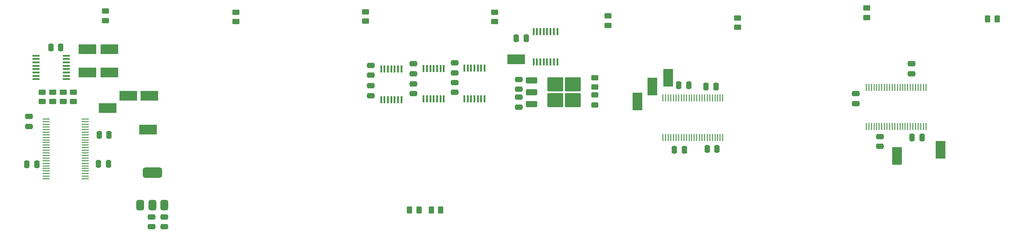
<source format=gtp>
G04 #@! TF.GenerationSoftware,KiCad,Pcbnew,9.0.1*
G04 #@! TF.CreationDate,2025-05-15T03:15:06-07:00*
G04 #@! TF.ProjectId,Input_PCB_V5,496e7075-745f-4504-9342-5f56352e6b69,rev?*
G04 #@! TF.SameCoordinates,Original*
G04 #@! TF.FileFunction,Paste,Top*
G04 #@! TF.FilePolarity,Positive*
%FSLAX46Y46*%
G04 Gerber Fmt 4.6, Leading zero omitted, Abs format (unit mm)*
G04 Created by KiCad (PCBNEW 9.0.1) date 2025-05-15 03:15:06*
%MOMM*%
%LPD*%
G01*
G04 APERTURE LIST*
G04 Aperture macros list*
%AMRoundRect*
0 Rectangle with rounded corners*
0 $1 Rounding radius*
0 $2 $3 $4 $5 $6 $7 $8 $9 X,Y pos of 4 corners*
0 Add a 4 corners polygon primitive as box body*
4,1,4,$2,$3,$4,$5,$6,$7,$8,$9,$2,$3,0*
0 Add four circle primitives for the rounded corners*
1,1,$1+$1,$2,$3*
1,1,$1+$1,$4,$5*
1,1,$1+$1,$6,$7*
1,1,$1+$1,$8,$9*
0 Add four rect primitives between the rounded corners*
20,1,$1+$1,$2,$3,$4,$5,0*
20,1,$1+$1,$4,$5,$6,$7,0*
20,1,$1+$1,$6,$7,$8,$9,0*
20,1,$1+$1,$8,$9,$2,$3,0*%
G04 Aperture macros list end*
%ADD10R,3.450000X1.850000*%
%ADD11RoundRect,0.250000X-0.475000X0.250000X-0.475000X-0.250000X0.475000X-0.250000X0.475000X0.250000X0*%
%ADD12RoundRect,0.250000X-0.450000X0.262500X-0.450000X-0.262500X0.450000X-0.262500X0.450000X0.262500X0*%
%ADD13RoundRect,0.250000X0.262500X0.450000X-0.262500X0.450000X-0.262500X-0.450000X0.262500X-0.450000X0*%
%ADD14R,0.354800X1.461999*%
%ADD15RoundRect,0.250000X0.475000X-0.250000X0.475000X0.250000X-0.475000X0.250000X-0.475000X-0.250000X0*%
%ADD16RoundRect,0.250000X0.250000X0.475000X-0.250000X0.475000X-0.250000X-0.475000X0.250000X-0.475000X0*%
%ADD17R,1.850000X3.450000*%
%ADD18RoundRect,0.375000X0.375000X-0.625000X0.375000X0.625000X-0.375000X0.625000X-0.375000X-0.625000X0*%
%ADD19RoundRect,0.500000X1.400000X-0.500000X1.400000X0.500000X-1.400000X0.500000X-1.400000X-0.500000X0*%
%ADD20R,0.355600X1.409700*%
%ADD21RoundRect,0.250000X-0.250000X-0.475000X0.250000X-0.475000X0.250000X0.475000X-0.250000X0.475000X0*%
%ADD22R,1.461999X0.354800*%
%ADD23R,0.279400X1.404099*%
%ADD24RoundRect,0.243750X0.456250X-0.243750X0.456250X0.243750X-0.456250X0.243750X-0.456250X-0.243750X0*%
%ADD25RoundRect,0.250000X-0.262500X-0.450000X0.262500X-0.450000X0.262500X0.450000X-0.262500X0.450000X0*%
%ADD26R,1.404099X0.279400*%
%ADD27RoundRect,0.250000X0.450000X-0.262500X0.450000X0.262500X-0.450000X0.262500X-0.450000X-0.262500X0*%
%ADD28RoundRect,0.250000X-0.850000X-0.350000X0.850000X-0.350000X0.850000X0.350000X-0.850000X0.350000X0*%
%ADD29RoundRect,0.250000X-1.275000X-1.125000X1.275000X-1.125000X1.275000X1.125000X-1.275000X1.125000X0*%
G04 APERTURE END LIST*
D10*
X64000000Y-109300000D03*
D11*
X123099916Y-96450000D03*
X123099916Y-98350000D03*
D10*
X52300000Y-93800000D03*
D12*
X130800000Y-86675000D03*
X130800000Y-88500000D03*
D13*
X227612500Y-88000000D03*
X225787500Y-88000000D03*
D14*
X138300000Y-96242000D03*
X138949998Y-96242000D03*
X139600000Y-96242000D03*
X140249998Y-96242000D03*
X140899997Y-96242000D03*
X141549998Y-96242000D03*
X142199997Y-96242000D03*
X142849998Y-96242000D03*
X142849998Y-90400000D03*
X142200000Y-90400000D03*
X141549998Y-90400000D03*
X140900000Y-90400000D03*
X140250001Y-90400000D03*
X139600000Y-90400000D03*
X138950001Y-90400000D03*
X138300000Y-90400000D03*
D10*
X56500000Y-98300000D03*
D12*
X202500000Y-85887500D03*
X202500000Y-87712500D03*
D15*
X115099916Y-102400000D03*
X115099916Y-100500000D03*
X211100000Y-98550000D03*
X211100000Y-96650000D03*
D12*
X105900000Y-86587500D03*
X105900000Y-88412500D03*
D11*
X115099916Y-96650000D03*
X115099916Y-98550000D03*
D10*
X134900000Y-95800000D03*
D16*
X136850000Y-91700000D03*
X134950000Y-91700000D03*
D17*
X216700000Y-113200000D03*
D18*
X62500000Y-123900000D03*
X64800000Y-123900000D03*
D19*
X64800000Y-117600000D03*
D18*
X67100000Y-123900000D03*
D10*
X52300000Y-98300000D03*
D17*
X158300000Y-103900000D03*
D10*
X56200000Y-105200000D03*
D20*
X117100000Y-103405500D03*
X117749986Y-103405500D03*
X118399972Y-103405500D03*
X119049958Y-103405500D03*
X119699944Y-103405500D03*
X120349930Y-103405500D03*
X120999916Y-103405500D03*
X120999916Y-97500000D03*
X120349930Y-97500000D03*
X119699944Y-97500000D03*
X119049958Y-97500000D03*
X118399972Y-97500000D03*
X117749986Y-97500000D03*
X117100000Y-97500000D03*
D11*
X64700000Y-126150000D03*
X64700000Y-128050000D03*
D16*
X42550000Y-116015868D03*
X40650000Y-116015868D03*
D15*
X135400000Y-101550000D03*
X135400000Y-99650000D03*
D21*
X171750000Y-113000000D03*
X173650000Y-113000000D03*
D22*
X42400000Y-95050002D03*
X42400000Y-95700000D03*
X42400000Y-96350002D03*
X42400000Y-97000000D03*
X42400000Y-97649999D03*
X42400000Y-98300000D03*
X42400000Y-98949999D03*
X42400000Y-99600000D03*
X48242000Y-99600000D03*
X48242000Y-98950002D03*
X48242000Y-98300000D03*
X48242000Y-97650002D03*
X48242000Y-97000003D03*
X48242000Y-96350002D03*
X48242000Y-95700003D03*
X48242000Y-95050002D03*
D15*
X123099916Y-102150000D03*
X123099916Y-100250000D03*
D12*
X47600000Y-102087500D03*
X47600000Y-103912500D03*
D21*
X171550000Y-101000000D03*
X173450000Y-101000000D03*
X165450000Y-113200000D03*
X167350000Y-113200000D03*
D23*
X174749999Y-103199149D03*
X174250000Y-103199149D03*
X173750001Y-103199149D03*
X173249999Y-103199149D03*
X172750000Y-103199149D03*
X172250001Y-103199149D03*
X171750000Y-103199149D03*
X171250001Y-103199149D03*
X170749999Y-103199149D03*
X170250000Y-103199149D03*
X169750001Y-103199149D03*
X169250000Y-103199149D03*
X168750000Y-103199149D03*
X168249999Y-103199149D03*
X167750000Y-103199149D03*
X167250001Y-103199149D03*
X166749999Y-103199149D03*
X166250000Y-103199149D03*
X165749999Y-103199149D03*
X165250000Y-103199149D03*
X164750001Y-103199149D03*
X164249999Y-103199149D03*
X163750000Y-103199149D03*
X163249999Y-103199149D03*
X163250001Y-110800851D03*
X163750000Y-110800851D03*
X164249999Y-110800851D03*
X164750001Y-110800851D03*
X165250000Y-110800851D03*
X165750001Y-110800851D03*
X166250000Y-110800851D03*
X166749999Y-110800851D03*
X167250001Y-110800851D03*
X167750000Y-110800851D03*
X168250002Y-110800851D03*
X168750000Y-110800851D03*
X169250000Y-110800851D03*
X169750001Y-110800851D03*
X170250000Y-110800851D03*
X170749999Y-110800851D03*
X171250001Y-110800851D03*
X171750000Y-110800851D03*
X172250001Y-110800851D03*
X172750000Y-110800851D03*
X173249999Y-110800851D03*
X173750001Y-110800851D03*
X174250000Y-110800851D03*
X174750001Y-110800851D03*
D24*
X150100000Y-104537500D03*
X150100000Y-102662500D03*
D25*
X118587500Y-124800000D03*
X120412500Y-124800000D03*
D21*
X166300000Y-100800000D03*
X168200000Y-100800000D03*
D12*
X55800000Y-86487500D03*
X55800000Y-88312500D03*
D10*
X56500000Y-93800000D03*
D11*
X200400000Y-102400000D03*
X200400000Y-104300000D03*
D10*
X64200000Y-102800000D03*
D26*
X51900000Y-118799999D03*
X51900000Y-118300000D03*
X51900000Y-117800001D03*
X51900000Y-117299999D03*
X51900000Y-116800000D03*
X51900000Y-116300001D03*
X51900000Y-115800000D03*
X51900000Y-115300001D03*
X51900000Y-114799999D03*
X51900000Y-114300000D03*
X51900000Y-113800001D03*
X51900000Y-113300000D03*
X51900000Y-112800000D03*
X51900000Y-112299999D03*
X51900000Y-111800000D03*
X51900000Y-111300001D03*
X51900000Y-110799999D03*
X51900000Y-110300000D03*
X51900000Y-109799999D03*
X51900000Y-109300000D03*
X51900000Y-108800001D03*
X51900000Y-108299999D03*
X51900000Y-107800000D03*
X51900000Y-107299999D03*
X44298298Y-107300001D03*
X44298298Y-107800000D03*
X44298298Y-108299999D03*
X44298298Y-108800001D03*
X44298298Y-109300000D03*
X44298298Y-109800001D03*
X44298298Y-110300000D03*
X44298298Y-110799999D03*
X44298298Y-111300001D03*
X44298298Y-111800000D03*
X44298298Y-112300002D03*
X44298298Y-112800000D03*
X44298298Y-113300000D03*
X44298298Y-113800001D03*
X44298298Y-114300000D03*
X44298298Y-114799999D03*
X44298298Y-115300001D03*
X44298298Y-115800000D03*
X44298298Y-116300001D03*
X44298298Y-116800000D03*
X44298298Y-117299999D03*
X44298298Y-117800001D03*
X44298298Y-118300000D03*
X44298298Y-118800001D03*
D17*
X208300000Y-114400000D03*
D12*
X177600000Y-87787500D03*
X177600000Y-89612500D03*
D20*
X124949958Y-103352750D03*
X125599944Y-103352750D03*
X126249930Y-103352750D03*
X126899916Y-103352750D03*
X127549902Y-103352750D03*
X128199888Y-103352750D03*
X128849874Y-103352750D03*
X128849874Y-97447250D03*
X128199888Y-97447250D03*
X127549902Y-97447250D03*
X126899916Y-97447250D03*
X126249930Y-97447250D03*
X125599944Y-97447250D03*
X124949958Y-97447250D03*
D11*
X106899916Y-96950000D03*
X106899916Y-98850000D03*
D21*
X54550000Y-110300000D03*
X56450000Y-110300000D03*
X211250000Y-110800000D03*
X213150000Y-110800000D03*
D23*
X202399866Y-108752834D03*
X202899865Y-108752834D03*
X203399864Y-108752834D03*
X203899866Y-108752834D03*
X204399865Y-108752834D03*
X204899864Y-108752834D03*
X205399865Y-108752834D03*
X205899864Y-108752834D03*
X206399866Y-108752834D03*
X206899865Y-108752834D03*
X207399864Y-108752834D03*
X207899865Y-108752834D03*
X208399865Y-108752834D03*
X208899866Y-108752834D03*
X209399865Y-108752834D03*
X209899864Y-108752834D03*
X210399866Y-108752834D03*
X210899865Y-108752834D03*
X211399866Y-108752834D03*
X211899865Y-108752834D03*
X212399864Y-108752834D03*
X212899866Y-108752834D03*
X213399865Y-108752834D03*
X213899866Y-108752834D03*
X213899864Y-101151132D03*
X213399865Y-101151132D03*
X212899866Y-101151132D03*
X212399864Y-101151132D03*
X211899865Y-101151132D03*
X211399864Y-101151132D03*
X210899865Y-101151132D03*
X210399866Y-101151132D03*
X209899864Y-101151132D03*
X209399865Y-101151132D03*
X208899863Y-101151132D03*
X208399865Y-101151132D03*
X207899865Y-101151132D03*
X207399864Y-101151132D03*
X206899865Y-101151132D03*
X206399866Y-101151132D03*
X205899864Y-101151132D03*
X205399865Y-101151132D03*
X204899864Y-101151132D03*
X204399865Y-101151132D03*
X203899866Y-101151132D03*
X203399864Y-101151132D03*
X202899865Y-101151132D03*
X202399864Y-101151132D03*
D11*
X67100000Y-126150000D03*
X67100000Y-128050000D03*
D17*
X161200000Y-101000000D03*
D15*
X41000000Y-108700000D03*
X41000000Y-106800000D03*
D12*
X43600000Y-102087500D03*
X43600000Y-103912500D03*
D20*
X108899972Y-103558250D03*
X109549958Y-103558250D03*
X110199944Y-103558250D03*
X110849930Y-103558250D03*
X111499916Y-103558250D03*
X112149902Y-103558250D03*
X112799888Y-103558250D03*
X112799888Y-97652750D03*
X112149902Y-97652750D03*
X111499916Y-97652750D03*
X110849930Y-97652750D03*
X110199944Y-97652750D03*
X109549958Y-97652750D03*
X108899972Y-97652750D03*
D15*
X106899916Y-102750000D03*
X106899916Y-100850000D03*
D12*
X152600000Y-87387500D03*
X152600000Y-89212500D03*
D15*
X135400000Y-104950000D03*
X135400000Y-103050000D03*
D27*
X150100000Y-101112500D03*
X150100000Y-99287500D03*
D17*
X164200000Y-99300000D03*
D16*
X47142000Y-93450002D03*
X45242000Y-93450002D03*
D12*
X45600000Y-102087500D03*
X45600000Y-103912500D03*
D13*
X116212500Y-124800000D03*
X114387500Y-124800000D03*
D12*
X80900000Y-86687500D03*
X80900000Y-88512500D03*
D21*
X54450000Y-115900000D03*
X56350000Y-115900000D03*
D28*
X137860000Y-99820000D03*
X137860000Y-102100000D03*
D29*
X142485000Y-100575000D03*
X142485000Y-103625000D03*
X145835000Y-100575000D03*
X145835000Y-103625000D03*
D28*
X137860000Y-104380000D03*
D12*
X49600000Y-102087500D03*
X49600000Y-103912500D03*
D10*
X60200000Y-102800000D03*
D11*
X205000000Y-110650000D03*
X205000000Y-112550000D03*
M02*

</source>
